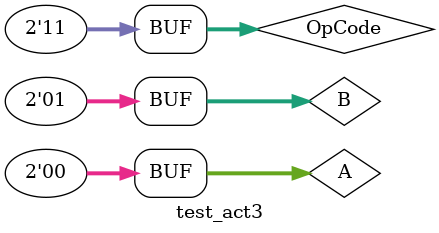
<source format=sv>
`timescale 1ns / 1ps


module test_act3;

    // Parámetros del testbench
   

    // Señales de entrada del DUT
    logic [1:0] A;
    logic [1:0] B;
    logic [1:0] OpCode;

    // Señales de salida del DUT
    logic [4:0] Flags;
    logic [1:0] Result;

    // Clock del testbench


    // Instancia del DUT
    S4_actividad3 #(.M(2)) dut (
        .A(A),
        .B(B),
        .OpCode(OpCode),
        .Flags(Flags),
        .Result(Result)
    );

    // Proceso que genera las señales de entrada
    
    // Proceso que cambia el clock

    // Proceso que imprime los resultados
     
    
        
        
     
      initial begin
        A = 2'b00;
        B = 2'b00;
        
        OpCode = 2'b00;
        #10 OpCode = 2'b01;
        #10 OpCode = 2'b10;
        #10 OpCode = 2'b11;
        
        #10  A = 2'b00;
             B = 2'b01;
        
        OpCode = 2'b00;
        #10 OpCode = 2'b01;
        #10 OpCode = 2'b10;
        #10 OpCode = 2'b11;
        
       // #10  A = 8'b10100;
       //      B = 8'b11001;
        
       // OpCode = 2'b00;
       // #10 OpCode = 2'b01;
       // #10 OpCode = 2'b10;
       // #10 OpCode = 2'b11;
      end 
        
        
        
      
    
    

endmodule

</source>
